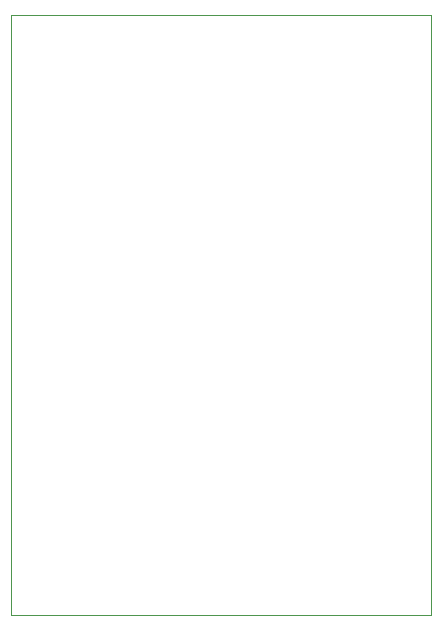
<source format=gbr>
%TF.GenerationSoftware,KiCad,Pcbnew,(5.1.9)-1*%
%TF.CreationDate,2021-02-22T18:19:41+01:00*%
%TF.ProjectId,bluePillG,626c7565-5069-46c6-9c47-2e6b69636164,rev?*%
%TF.SameCoordinates,Original*%
%TF.FileFunction,Profile,NP*%
%FSLAX46Y46*%
G04 Gerber Fmt 4.6, Leading zero omitted, Abs format (unit mm)*
G04 Created by KiCad (PCBNEW (5.1.9)-1) date 2021-02-22 18:19:41*
%MOMM*%
%LPD*%
G01*
G04 APERTURE LIST*
%TA.AperFunction,Profile*%
%ADD10C,0.050000*%
%TD*%
G04 APERTURE END LIST*
D10*
X87630000Y-95250000D02*
X87630000Y-44450000D01*
X52070000Y-95250000D02*
X87630000Y-95250000D01*
X52070000Y-44450000D02*
X52070000Y-95250000D01*
X87630000Y-44450000D02*
X52070000Y-44450000D01*
M02*

</source>
